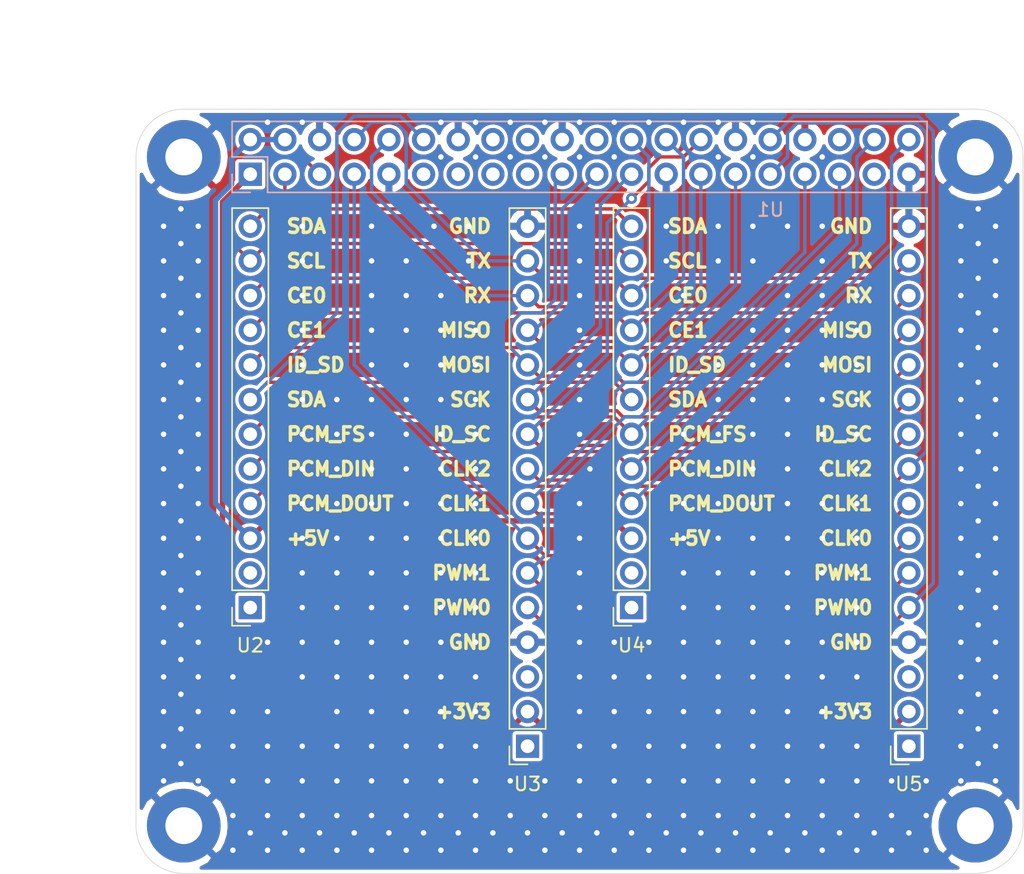
<source format=kicad_pcb>
(kicad_pcb (version 20171130) (host pcbnew "(5.1.6)-1")
  (layers (0 F.Cu signal) (31 B.Cu signal) (34 B.Paste user) (35 F.Paste user) (36 B.SilkS user) (37 F.SilkS user) (38 B.Mask user) (39 F.Mask user) (44 Edge.Cuts user))
  (net 0 "")
  (net 1 PCM_DOUT)
  (net 2 GND)
  (net 3 PCM_DIN)
  (net 4 PCM_FS)
  (net 5 PWM1)
  (net 6 PWM0)
  (net 7 CLK2)
  (net 8 CLK1)
  (net 9 ID_SC)
  (net 10 ID_SD)
  (net 11 CE1)
  (net 12 CE0)
  (net 13 SCK)
  (net 14 MISO)
  (net 15 MOSI)
  (net 16 +3V3)
  (net 17 PCM_CLK)
  (net 18 RX)
  (net 19 TX)
  (net 20 CLK0)
  (net 21 SCL)
  (net 22 +5V)
  (net 23 SDA)
  (module MountingHole:MountingHole_2.7mm_M2.5_Pad (layer F.Cu) (at 97.48 128.7)
    (fp_text reference H4 hide)
    (fp_text value MountingHole_Pad)
    (pad 1 thru_hole circle (at 0 0) (size 5.4 5.4) (drill 2.7) (layers *.Cu *.Mask) (net 2 GND))
  )
  (module MountingHole:MountingHole_2.7mm_M2.5_Pad (layer F.Cu) (at 155.48 128.7)
    (fp_text reference H3 hide)
    (fp_text value MountingHole_Pad)
    (pad 1 thru_hole circle (at 0 0) (size 5.4 5.4) (drill 2.7) (layers *.Cu *.Mask) (net 2 GND))
  )
  (module MountingHole:MountingHole_2.7mm_M2.5_Pad (layer F.Cu) (at 155.48 79.7)
    (fp_text reference H2 hide)
    (fp_text value MountingHole_Pad)
    (pad 1 thru_hole circle (at 0 0) (size 5.4 5.4) (drill 2.7) (layers *.Cu *.Mask) (net 2 GND))
  )
  (module MountingHole:MountingHole_2.7mm_M2.5_Pad (layer F.Cu) (at 97.48 79.7)
    (fp_text reference H1 hide)
    (fp_text value MountingHole_Pad)
    (pad 1 thru_hole circle (at 0 0) (size 5.4 5.4) (drill 2.7) (layers *.Cu *.Mask) (net 2 GND))
  )
  (module Connector_PinSocket_2.54mm:PinSocket_2x20_P2.54mm_Vertical (layer B.Cu) (at 102.35 80.97 270)
    (fp_text reference U1 (at 2.596 -38.112) (layer B.SilkS) (effects (justify mirror)))
    (fp_text value piHeader)
    (pad 40 thru_hole oval (at -2.54 -48.26 270) (size 1.7 1.7) (drill 1) (layers *.Cu *.Mask) (net 1 PCM_DOUT))
    (pad 39 thru_hole oval (at 0 -48.26 270) (size 1.7 1.7) (drill 1) (layers *.Cu *.Mask) (net 2 GND))
    (pad 38 thru_hole oval (at -2.54 -45.72 270) (size 1.7 1.7) (drill 1) (layers *.Cu *.Mask) (net 3 PCM_DIN))
    (pad 37 thru_hole oval (at 0 -45.72 270) (size 1.7 1.7) (drill 1) (layers *.Cu *.Mask))
    (pad 36 thru_hole oval (at -2.54 -43.18 270) (size 1.7 1.7) (drill 1) (layers *.Cu *.Mask))
    (pad 35 thru_hole oval (at 0 -43.18 270) (size 1.7 1.7) (drill 1) (layers *.Cu *.Mask) (net 4 PCM_FS))
    (pad 34 thru_hole oval (at -2.54 -40.64 270) (size 1.7 1.7) (drill 1) (layers *.Cu *.Mask) (net 2 GND))
    (pad 33 thru_hole oval (at 0 -40.64 270) (size 1.7 1.7) (drill 1) (layers *.Cu *.Mask) (net 5 PWM1))
    (pad 32 thru_hole oval (at -2.54 -38.1 270) (size 1.7 1.7) (drill 1) (layers *.Cu *.Mask) (net 6 PWM0))
    (pad 31 thru_hole oval (at 0 -38.1 270) (size 1.7 1.7) (drill 1) (layers *.Cu *.Mask) (net 7 CLK2))
    (pad 30 thru_hole oval (at -2.54 -35.56 270) (size 1.7 1.7) (drill 1) (layers *.Cu *.Mask) (net 2 GND))
    (pad 29 thru_hole oval (at 0 -35.56 270) (size 1.7 1.7) (drill 1) (layers *.Cu *.Mask) (net 8 CLK1))
    (pad 28 thru_hole oval (at -2.54 -33.02 270) (size 1.7 1.7) (drill 1) (layers *.Cu *.Mask) (net 9 ID_SC))
    (pad 27 thru_hole oval (at 0 -33.02 270) (size 1.7 1.7) (drill 1) (layers *.Cu *.Mask) (net 10 ID_SD))
    (pad 26 thru_hole oval (at -2.54 -30.48 270) (size 1.7 1.7) (drill 1) (layers *.Cu *.Mask) (net 11 CE1))
    (pad 25 thru_hole oval (at 0 -30.48 270) (size 1.7 1.7) (drill 1) (layers *.Cu *.Mask) (net 2 GND))
    (pad 24 thru_hole oval (at -2.54 -27.94 270) (size 1.7 1.7) (drill 1) (layers *.Cu *.Mask) (net 12 CE0))
    (pad 23 thru_hole oval (at 0 -27.94 270) (size 1.7 1.7) (drill 1) (layers *.Cu *.Mask) (net 13 SCK))
    (pad 22 thru_hole oval (at -2.54 -25.4 270) (size 1.7 1.7) (drill 1) (layers *.Cu *.Mask))
    (pad 21 thru_hole oval (at 0 -25.4 270) (size 1.7 1.7) (drill 1) (layers *.Cu *.Mask) (net 14 MISO))
    (pad 20 thru_hole oval (at -2.54 -22.86 270) (size 1.7 1.7) (drill 1) (layers *.Cu *.Mask) (net 2 GND))
    (pad 19 thru_hole oval (at 0 -22.86 270) (size 1.7 1.7) (drill 1) (layers *.Cu *.Mask) (net 15 MOSI))
    (pad 18 thru_hole oval (at -2.54 -20.32 270) (size 1.7 1.7) (drill 1) (layers *.Cu *.Mask))
    (pad 17 thru_hole oval (at 0 -20.32 270) (size 1.7 1.7) (drill 1) (layers *.Cu *.Mask) (net 16 +3V3))
    (pad 16 thru_hole oval (at -2.54 -17.78 270) (size 1.7 1.7) (drill 1) (layers *.Cu *.Mask))
    (pad 15 thru_hole oval (at 0 -17.78 270) (size 1.7 1.7) (drill 1) (layers *.Cu *.Mask))
    (pad 14 thru_hole oval (at -2.54 -15.24 270) (size 1.7 1.7) (drill 1) (layers *.Cu *.Mask) (net 2 GND))
    (pad 13 thru_hole oval (at 0 -15.24 270) (size 1.7 1.7) (drill 1) (layers *.Cu *.Mask))
    (pad 12 thru_hole oval (at -2.54 -12.7 270) (size 1.7 1.7) (drill 1) (layers *.Cu *.Mask) (net 17 PCM_CLK))
    (pad 11 thru_hole oval (at 0 -12.7 270) (size 1.7 1.7) (drill 1) (layers *.Cu *.Mask))
    (pad 10 thru_hole oval (at -2.54 -10.16 270) (size 1.7 1.7) (drill 1) (layers *.Cu *.Mask) (net 18 RX))
    (pad 9 thru_hole oval (at 0 -10.16 270) (size 1.7 1.7) (drill 1) (layers *.Cu *.Mask) (net 2 GND))
    (pad 8 thru_hole oval (at -2.54 -7.62 270) (size 1.7 1.7) (drill 1) (layers *.Cu *.Mask) (net 19 TX))
    (pad 7 thru_hole oval (at 0 -7.62 270) (size 1.7 1.7) (drill 1) (layers *.Cu *.Mask) (net 20 CLK0))
    (pad 6 thru_hole oval (at -2.54 -5.08 270) (size 1.7 1.7) (drill 1) (layers *.Cu *.Mask) (net 2 GND))
    (pad 5 thru_hole oval (at 0 -5.08 270) (size 1.7 1.7) (drill 1) (layers *.Cu *.Mask) (net 21 SCL))
    (pad 4 thru_hole oval (at -2.54 -2.54 270) (size 1.7 1.7) (drill 1) (layers *.Cu *.Mask) (net 22 +5V))
    (pad 3 thru_hole oval (at 0 -2.54 270) (size 1.7 1.7) (drill 1) (layers *.Cu *.Mask) (net 23 SDA))
    (pad 2 thru_hole oval (at -2.54 0 270) (size 1.7 1.7) (drill 1) (layers *.Cu *.Mask) (net 22 +5V))
    (pad 1 thru_hole rect (at 0 0 270) (size 1.7 1.7) (drill 1) (layers *.Cu *.Mask) (net 16 +3V3))
  )
  (module Connector_PinSocket_2.54mm:PinSocket_1x12_P2.54mm_Vertical (layer F.Cu) (at 130.29 112.72 180)
    (fp_text reference U4 (at 0 -2.77) (layer F.SilkS))
    (fp_text value featherHeader_12pin)
    (pad 12 thru_hole oval (at 0 27.94 180) (size 1.7 1.7) (drill 1) (layers *.Cu *.Mask) (net 23 SDA))
    (pad 11 thru_hole oval (at 0 25.4 180) (size 1.7 1.7) (drill 1) (layers *.Cu *.Mask) (net 21 SCL))
    (pad 10 thru_hole oval (at 0 22.86 180) (size 1.7 1.7) (drill 1) (layers *.Cu *.Mask) (net 12 CE0))
    (pad 9 thru_hole oval (at 0 20.32 180) (size 1.7 1.7) (drill 1) (layers *.Cu *.Mask) (net 11 CE1))
    (pad 8 thru_hole oval (at 0 17.78 180) (size 1.7 1.7) (drill 1) (layers *.Cu *.Mask) (net 10 ID_SD))
    (pad 7 thru_hole oval (at 0 15.24 180) (size 1.7 1.7) (drill 1) (layers *.Cu *.Mask) (net 17 PCM_CLK))
    (pad 6 thru_hole oval (at 0 12.7 180) (size 1.7 1.7) (drill 1) (layers *.Cu *.Mask) (net 4 PCM_FS))
    (pad 5 thru_hole oval (at 0 10.16 180) (size 1.7 1.7) (drill 1) (layers *.Cu *.Mask) (net 3 PCM_DIN))
    (pad 4 thru_hole oval (at 0 7.62 180) (size 1.7 1.7) (drill 1) (layers *.Cu *.Mask) (net 1 PCM_DOUT))
    (pad 3 thru_hole oval (at 0 5.08 180) (size 1.7 1.7) (drill 1) (layers *.Cu *.Mask) (net 22 +5V))
    (pad 2 thru_hole oval (at 0 2.54 180) (size 1.7 1.7) (drill 1) (layers *.Cu *.Mask))
    (pad 1 thru_hole rect (at 0 0 180) (size 1.7 1.7) (drill 1) (layers *.Cu *.Mask))
  )
  (module Connector_PinSocket_2.54mm:PinSocket_1x16_P2.54mm_Vertical (layer F.Cu) (at 150.61 122.88 180)
    (fp_text reference U5 (at 0 -2.77) (layer F.SilkS))
    (fp_text value featherHeader_16pin)
    (pad 16 thru_hole oval (at 0 38.1 180) (size 1.7 1.7) (drill 1) (layers *.Cu *.Mask) (net 2 GND))
    (pad 15 thru_hole oval (at 0 35.56 180) (size 1.7 1.7) (drill 1) (layers *.Cu *.Mask) (net 19 TX))
    (pad 14 thru_hole oval (at 0 33.02 180) (size 1.7 1.7) (drill 1) (layers *.Cu *.Mask) (net 18 RX))
    (pad 13 thru_hole oval (at 0 30.48 180) (size 1.7 1.7) (drill 1) (layers *.Cu *.Mask) (net 14 MISO))
    (pad 12 thru_hole oval (at 0 27.94 180) (size 1.7 1.7) (drill 1) (layers *.Cu *.Mask) (net 15 MOSI))
    (pad 11 thru_hole oval (at 0 25.4 180) (size 1.7 1.7) (drill 1) (layers *.Cu *.Mask) (net 13 SCK))
    (pad 10 thru_hole oval (at 0 22.86 180) (size 1.7 1.7) (drill 1) (layers *.Cu *.Mask) (net 9 ID_SC))
    (pad 9 thru_hole oval (at 0 20.32 180) (size 1.7 1.7) (drill 1) (layers *.Cu *.Mask) (net 7 CLK2))
    (pad 8 thru_hole oval (at 0 17.78 180) (size 1.7 1.7) (drill 1) (layers *.Cu *.Mask) (net 8 CLK1))
    (pad 7 thru_hole oval (at 0 15.24 180) (size 1.7 1.7) (drill 1) (layers *.Cu *.Mask) (net 20 CLK0))
    (pad 6 thru_hole oval (at 0 12.7 180) (size 1.7 1.7) (drill 1) (layers *.Cu *.Mask) (net 5 PWM1))
    (pad 5 thru_hole oval (at 0 10.16 180) (size 1.7 1.7) (drill 1) (layers *.Cu *.Mask) (net 6 PWM0))
    (pad 4 thru_hole oval (at 0 7.62 180) (size 1.7 1.7) (drill 1) (layers *.Cu *.Mask) (net 2 GND))
    (pad 3 thru_hole oval (at 0 5.08 180) (size 1.7 1.7) (drill 1) (layers *.Cu *.Mask))
    (pad 2 thru_hole oval (at 0 2.54 180) (size 1.7 1.7) (drill 1) (layers *.Cu *.Mask) (net 16 +3V3))
    (pad 1 thru_hole rect (at 0 0 180) (size 1.7 1.7) (drill 1) (layers *.Cu *.Mask))
  )
  (module Connector_PinSocket_2.54mm:PinSocket_1x16_P2.54mm_Vertical (layer F.Cu) (at 122.67 122.88 180)
    (fp_text reference U3 (at 0 -2.77) (layer F.SilkS))
    (fp_text value featherHeader_16pin)
    (pad 16 thru_hole oval (at 0 38.1 180) (size 1.7 1.7) (drill 1) (layers *.Cu *.Mask) (net 2 GND))
    (pad 15 thru_hole oval (at 0 35.56 180) (size 1.7 1.7) (drill 1) (layers *.Cu *.Mask) (net 19 TX))
    (pad 14 thru_hole oval (at 0 33.02 180) (size 1.7 1.7) (drill 1) (layers *.Cu *.Mask) (net 18 RX))
    (pad 13 thru_hole oval (at 0 30.48 180) (size 1.7 1.7) (drill 1) (layers *.Cu *.Mask) (net 14 MISO))
    (pad 12 thru_hole oval (at 0 27.94 180) (size 1.7 1.7) (drill 1) (layers *.Cu *.Mask) (net 15 MOSI))
    (pad 11 thru_hole oval (at 0 25.4 180) (size 1.7 1.7) (drill 1) (layers *.Cu *.Mask) (net 13 SCK))
    (pad 10 thru_hole oval (at 0 22.86 180) (size 1.7 1.7) (drill 1) (layers *.Cu *.Mask) (net 9 ID_SC))
    (pad 9 thru_hole oval (at 0 20.32 180) (size 1.7 1.7) (drill 1) (layers *.Cu *.Mask) (net 7 CLK2))
    (pad 8 thru_hole oval (at 0 17.78 180) (size 1.7 1.7) (drill 1) (layers *.Cu *.Mask) (net 8 CLK1))
    (pad 7 thru_hole oval (at 0 15.24 180) (size 1.7 1.7) (drill 1) (layers *.Cu *.Mask) (net 20 CLK0))
    (pad 6 thru_hole oval (at 0 12.7 180) (size 1.7 1.7) (drill 1) (layers *.Cu *.Mask) (net 5 PWM1))
    (pad 5 thru_hole oval (at 0 10.16 180) (size 1.7 1.7) (drill 1) (layers *.Cu *.Mask) (net 6 PWM0))
    (pad 4 thru_hole oval (at 0 7.62 180) (size 1.7 1.7) (drill 1) (layers *.Cu *.Mask) (net 2 GND))
    (pad 3 thru_hole oval (at 0 5.08 180) (size 1.7 1.7) (drill 1) (layers *.Cu *.Mask))
    (pad 2 thru_hole oval (at 0 2.54 180) (size 1.7 1.7) (drill 1) (layers *.Cu *.Mask) (net 16 +3V3))
    (pad 1 thru_hole rect (at 0 0 180) (size 1.7 1.7) (drill 1) (layers *.Cu *.Mask))
  )
  (module Connector_PinSocket_2.54mm:PinSocket_1x12_P2.54mm_Vertical (layer F.Cu) (at 102.35 112.72 180)
    (fp_text reference U2 (at 0 -2.77) (layer F.SilkS))
    (fp_text value featherHeader_12pin)
    (pad 12 thru_hole oval (at 0 27.94 180) (size 1.7 1.7) (drill 1) (layers *.Cu *.Mask) (net 23 SDA))
    (pad 11 thru_hole oval (at 0 25.4 180) (size 1.7 1.7) (drill 1) (layers *.Cu *.Mask) (net 21 SCL))
    (pad 10 thru_hole oval (at 0 22.86 180) (size 1.7 1.7) (drill 1) (layers *.Cu *.Mask) (net 12 CE0))
    (pad 9 thru_hole oval (at 0 20.32 180) (size 1.7 1.7) (drill 1) (layers *.Cu *.Mask) (net 11 CE1))
    (pad 8 thru_hole oval (at 0 17.78 180) (size 1.7 1.7) (drill 1) (layers *.Cu *.Mask) (net 10 ID_SD))
    (pad 7 thru_hole oval (at 0 15.24 180) (size 1.7 1.7) (drill 1) (layers *.Cu *.Mask) (net 17 PCM_CLK))
    (pad 6 thru_hole oval (at 0 12.7 180) (size 1.7 1.7) (drill 1) (layers *.Cu *.Mask) (net 4 PCM_FS))
    (pad 5 thru_hole oval (at 0 10.16 180) (size 1.7 1.7) (drill 1) (layers *.Cu *.Mask) (net 3 PCM_DIN))
    (pad 4 thru_hole oval (at 0 7.62 180) (size 1.7 1.7) (drill 1) (layers *.Cu *.Mask) (net 1 PCM_DOUT))
    (pad 3 thru_hole oval (at 0 5.08 180) (size 1.7 1.7) (drill 1) (layers *.Cu *.Mask) (net 22 +5V))
    (pad 2 thru_hole oval (at 0 2.54 180) (size 1.7 1.7) (drill 1) (layers *.Cu *.Mask))
    (pad 1 thru_hole rect (at 0 0 180) (size 1.7 1.7) (drill 1) (layers *.Cu *.Mask))
  )
  (gr_text SCL (at 104.89 87.32) (layer F.SilkS) (effects (font (size 1 1) (thickness 0.25)) (justify left)))
  (gr_text SDA (at 104.89 84.78) (layer F.SilkS) (effects (font (size 1 1) (thickness 0.25)) (justify left)))
  (gr_text ID_SD (at 104.89 94.94) (layer F.SilkS) (effects (font (size 1 1) (thickness 0.25)) (justify left)))
  (gr_text CE1 (at 104.89 92.4) (layer F.SilkS) (effects (font (size 1 1) (thickness 0.25)) (justify left)))
  (gr_text CE0 (at 104.89 89.86) (layer F.SilkS) (effects (font (size 1 1) (thickness 0.25)) (justify left)))
  (gr_text PCM_DOUT (at 104.89 105.1) (layer F.SilkS) (effects (font (size 1 1) (thickness 0.25)) (justify left)))
  (gr_text PCM_FS (at 104.89 100.02) (layer F.SilkS) (effects (font (size 1 1) (thickness 0.25)) (justify left)))
  (gr_text PCM_DIN (at 104.89 102.56) (layer F.SilkS) (effects (font (size 1 1) (thickness 0.25)) (justify left)))
  (gr_text SDA (at 104.89 97.48) (layer F.SilkS) (effects (font (size 1 1) (thickness 0.25)) (justify left)))
  (gr_text +5V (at 104.89 107.64) (layer F.SilkS) (effects (font (size 1 1) (thickness 0.25)) (justify left)))
  (gr_text +5V (at 132.83 107.64) (layer F.SilkS) (effects (font (size 1 1) (thickness 0.25)) (justify left)))
  (gr_text PCM_DOUT (at 132.83 105.1) (layer F.SilkS) (effects (font (size 1 1) (thickness 0.25)) (justify left)))
  (gr_text PCM_DIN (at 132.83 102.56) (layer F.SilkS) (effects (font (size 1 1) (thickness 0.25)) (justify left)))
  (gr_text PCM_FS (at 132.83 100.02) (layer F.SilkS) (effects (font (size 1 1) (thickness 0.25)) (justify left)))
  (gr_text SDA (at 132.83 97.48) (layer F.SilkS) (effects (font (size 1 1) (thickness 0.25)) (justify left)))
  (gr_text ID_SD (at 132.83 94.94) (layer F.SilkS) (effects (font (size 1 1) (thickness 0.25)) (justify left)))
  (gr_text CE1 (at 132.83 92.4) (layer F.SilkS) (effects (font (size 1 1) (thickness 0.25)) (justify left)))
  (gr_text CE0 (at 132.83 89.86) (layer F.SilkS) (effects (font (size 1 1) (thickness 0.25)) (justify left)))
  (gr_text SCL (at 132.83 87.32) (layer F.SilkS) (effects (font (size 1 1) (thickness 0.25)) (justify left)))
  (gr_text SDA (at 132.83 84.78) (layer F.SilkS) (effects (font (size 1 1) (thickness 0.25)) (justify left)))
  (gr_text +3V3 (at 120.13 120.34) (layer F.SilkS) (effects (font (size 1 1) (thickness 0.25)) (justify right)))
  (gr_text PWM0 (at 120.13 112.72) (layer F.SilkS) (effects (font (size 1 1) (thickness 0.25)) (justify right)))
  (gr_text CLK0 (at 120.13 107.64) (layer F.SilkS) (effects (font (size 1 1) (thickness 0.25)) (justify right)))
  (gr_text TX (at 120.13 87.32) (layer F.SilkS) (effects (font (size 1 1) (thickness 0.25)) (justify right)))
  (gr_text MISO (at 120.13 92.4) (layer F.SilkS) (effects (font (size 1 1) (thickness 0.25)) (justify right)))
  (gr_text MOSI (at 120.13 94.94) (layer F.SilkS) (effects (font (size 1 1) (thickness 0.25)) (justify right)))
  (gr_text GND (at 120.13 115.26) (layer F.SilkS) (effects (font (size 1 1) (thickness 0.25)) (justify right)))
  (gr_text CLK1 (at 120.13 105.1) (layer F.SilkS) (effects (font (size 1 1) (thickness 0.25)) (justify right)))
  (gr_text PWM1 (at 120.13 110.18) (layer F.SilkS) (effects (font (size 1 1) (thickness 0.25)) (justify right)))
  (gr_text CLK2 (at 120.13 102.56) (layer F.SilkS) (effects (font (size 1 1) (thickness 0.25)) (justify right)))
  (gr_text ID_SC (at 120.13 100.02) (layer F.SilkS) (effects (font (size 1 1) (thickness 0.25)) (justify right)))
  (gr_text SCK (at 120.13 97.48) (layer F.SilkS) (effects (font (size 1 1) (thickness 0.25)) (justify right)))
  (gr_text RX (at 120.13 89.86) (layer F.SilkS) (effects (font (size 1 1) (thickness 0.25)) (justify right)))
  (gr_text GND (at 120.13 84.78) (layer F.SilkS) (effects (font (size 1 1) (thickness 0.25)) (justify right)))
  (gr_text TX (at 148.07 87.32) (layer F.SilkS) (effects (font (size 1 1) (thickness 0.25)) (justify right)))
  (gr_text +3V3 (at 148.07 120.34) (layer F.SilkS) (effects (font (size 1 1) (thickness 0.25)) (justify right)))
  (gr_text GND (at 148.07 115.26) (layer F.SilkS) (effects (font (size 1 1) (thickness 0.25)) (justify right)))
  (gr_text PWM0 (at 148.07 112.72) (layer F.SilkS) (effects (font (size 1 1) (thickness 0.25)) (justify right)))
  (gr_text PWM1 (at 148.07 110.18) (layer F.SilkS) (effects (font (size 1 1) (thickness 0.25)) (justify right)))
  (gr_text CLK0 (at 148.07 107.64) (layer F.SilkS) (effects (font (size 1 1) (thickness 0.25)) (justify right)))
  (gr_text CLK1 (at 148.07 105.1) (layer F.SilkS) (effects (font (size 1 1) (thickness 0.25)) (justify right)))
  (gr_text CLK2 (at 148.07 102.56) (layer F.SilkS) (effects (font (size 1 1) (thickness 0.25)) (justify right)))
  (gr_text ID_SC (at 148.07 100.02) (layer F.SilkS) (effects (font (size 1 1) (thickness 0.25)) (justify right)))
  (gr_text SCK (at 148.07 97.48) (layer F.SilkS) (effects (font (size 1 1) (thickness 0.25)) (justify right)))
  (gr_text MOSI (at 148.07 94.94) (layer F.SilkS) (effects (font (size 1 1) (thickness 0.25)) (justify right)))
  (gr_text MISO (at 148.07 92.4) (layer F.SilkS) (effects (font (size 1 1) (thickness 0.25)) (justify right)))
  (gr_text RX (at 148.07 89.86) (layer F.SilkS) (effects (font (size 1 1) (thickness 0.25)) (justify right)))
  (gr_text GND (at 148.07 84.78) (layer F.SilkS) (effects (font (size 1 1) (thickness 0.25)) (justify right)))
  (gr_line (start 97.48 132.2) (end 155.48 132.2) (layer Edge.Cuts) (width 0.05))
  (gr_line (start 93.98 79.7) (end 93.98 128.7) (layer Edge.Cuts) (width 0.05))
  (gr_line (start 155.48 76.2) (end 97.48 76.2) (layer Edge.Cuts) (width 0.05))
  (gr_line (start 158.98 128.7) (end 158.98 79.7) (layer Edge.Cuts) (width 0.05))
  (gr_arc (start 155.48 79.7) (end 158.98 79.7) (angle -90) (layer Edge.Cuts) (width 0.05))
  (gr_arc (start 155.48 128.7) (end 155.48 132.2) (angle -90) (layer Edge.Cuts) (width 0.05))
  (gr_arc (start 97.48 128.7) (end 93.98 128.7) (angle -90) (layer Edge.Cuts) (width 0.05))
  (gr_arc (start 97.48 79.7) (end 97.48 76.2) (angle -90) (layer Edge.Cuts) (width 0.05))
  (segment (start 149.34 86.05) (end 130.29 105.1) (width 0.25) (layer B.Cu) (net 1))
  (segment (start 150.61 78.43) (end 149.34 79.7) (width 0.25) (layer B.Cu) (net 1))
  (segment (start 149.34 79.7) (end 149.34 86.05) (width 0.25) (layer B.Cu) (net 1))
  (segment (start 103.62 103.83) (end 129.02 103.83) (width 0.25) (layer F.Cu) (net 1))
  (segment (start 102.35 105.1) (end 103.62 103.83) (width 0.25) (layer F.Cu) (net 1))
  (segment (start 129.02 103.83) (end 130.29 105.1) (width 0.25) (layer F.Cu) (net 1))
  (via (at 144.26 89.86) (size 0.8) (drill 0.4) (layers F.Cu B.Cu) (net 2))
  (via (at 141.72 89.86) (size 0.8) (drill 0.4) (layers F.Cu B.Cu) (net 2))
  (via (at 134.1 89.86) (size 0.8) (drill 0.4) (layers F.Cu B.Cu) (net 2))
  (via (at 144.26 92.4) (size 0.8) (drill 0.4) (layers F.Cu B.Cu) (net 2))
  (via (at 141.72 92.4) (size 0.8) (drill 0.4) (layers F.Cu B.Cu) (net 2))
  (via (at 139.18 92.4) (size 0.8) (drill 0.4) (layers F.Cu B.Cu) (net 2))
  (via (at 144.26 94.94) (size 0.8) (drill 0.4) (layers F.Cu B.Cu) (net 2))
  (via (at 141.72 94.94) (size 0.8) (drill 0.4) (layers F.Cu B.Cu) (net 2))
  (via (at 139.18 94.94) (size 0.8) (drill 0.4) (layers F.Cu B.Cu) (net 2))
  (via (at 136.64 94.94) (size 0.8) (drill 0.4) (layers F.Cu B.Cu) (net 2))
  (via (at 144.26 84.78) (size 0.8) (drill 0.4) (layers F.Cu B.Cu) (net 2))
  (via (at 141.72 84.78) (size 0.8) (drill 0.4) (layers F.Cu B.Cu) (net 2))
  (via (at 139.18 84.78) (size 0.8) (drill 0.4) (layers F.Cu B.Cu) (net 2))
  (via (at 136.64 84.78) (size 0.8) (drill 0.4) (layers F.Cu B.Cu) (net 2))
  (via (at 132.83 84.78) (size 0.8) (drill 0.4) (layers F.Cu B.Cu) (net 2))
  (via (at 132.83 87.32) (size 0.8) (drill 0.4) (layers F.Cu B.Cu) (net 2))
  (via (at 136.64 87.32) (size 0.8) (drill 0.4) (layers F.Cu B.Cu) (net 2))
  (via (at 139.18 87.32) (size 0.8) (drill 0.4) (layers F.Cu B.Cu) (net 2))
  (via (at 144.26 87.32) (size 0.8) (drill 0.4) (layers F.Cu B.Cu) (net 2))
  (via (at 144.26 97.48) (size 0.8) (drill 0.4) (layers F.Cu B.Cu) (net 2))
  (via (at 141.72 97.48) (size 0.8) (drill 0.4) (layers F.Cu B.Cu) (net 2))
  (via (at 146.8 89.86) (size 0.8) (drill 0.4) (layers F.Cu B.Cu) (net 2))
  (via (at 146.8 92.4) (size 0.8) (drill 0.4) (layers F.Cu B.Cu) (net 2))
  (via (at 146.8 94.94) (size 0.8) (drill 0.4) (layers F.Cu B.Cu) (net 2))
  (via (at 146.8 97.48) (size 0.8) (drill 0.4) (layers F.Cu B.Cu) (net 2))
  (via (at 146.8 100.02) (size 0.8) (drill 0.4) (layers F.Cu B.Cu) (net 2))
  (via (at 144.26 100.02) (size 0.8) (drill 0.4) (layers F.Cu B.Cu) (net 2))
  (via (at 141.72 100.02) (size 0.8) (drill 0.4) (layers F.Cu B.Cu) (net 2))
  (via (at 139.18 100.02) (size 0.8) (drill 0.4) (layers F.Cu B.Cu) (net 2))
  (via (at 139.18 97.48) (size 0.8) (drill 0.4) (layers F.Cu B.Cu) (net 2))
  (via (at 136.64 97.48) (size 0.8) (drill 0.4) (layers F.Cu B.Cu) (net 2))
  (via (at 136.64 100.02) (size 0.8) (drill 0.4) (layers F.Cu B.Cu) (net 2))
  (via (at 134.1 100.02) (size 0.8) (drill 0.4) (layers F.Cu B.Cu) (net 2))
  (via (at 146.8 102.56) (size 0.8) (drill 0.4) (layers F.Cu B.Cu) (net 2))
  (via (at 144.26 102.56) (size 0.8) (drill 0.4) (layers F.Cu B.Cu) (net 2))
  (via (at 141.72 102.56) (size 0.8) (drill 0.4) (layers F.Cu B.Cu) (net 2))
  (via (at 139.18 102.56) (size 0.8) (drill 0.4) (layers F.Cu B.Cu) (net 2))
  (via (at 136.64 102.56) (size 0.8) (drill 0.4) (layers F.Cu B.Cu) (net 2))
  (via (at 134.1 102.56) (size 0.8) (drill 0.4) (layers F.Cu B.Cu) (net 2))
  (via (at 146.8 105.1) (size 0.8) (drill 0.4) (layers F.Cu B.Cu) (net 2))
  (via (at 144.26 105.1) (size 0.8) (drill 0.4) (layers F.Cu B.Cu) (net 2))
  (via (at 141.72 105.1) (size 0.8) (drill 0.4) (layers F.Cu B.Cu) (net 2))
  (via (at 139.18 105.1) (size 0.8) (drill 0.4) (layers F.Cu B.Cu) (net 2))
  (via (at 136.64 105.1) (size 0.8) (drill 0.4) (layers F.Cu B.Cu) (net 2))
  (via (at 134.1 105.1) (size 0.8) (drill 0.4) (layers F.Cu B.Cu) (net 2))
  (via (at 146.8 107.64) (size 0.8) (drill 0.4) (layers F.Cu B.Cu) (net 2))
  (via (at 144.26 107.64) (size 0.8) (drill 0.4) (layers F.Cu B.Cu) (net 2))
  (via (at 141.72 107.64) (size 0.8) (drill 0.4) (layers F.Cu B.Cu) (net 2))
  (via (at 139.18 107.64) (size 0.8) (drill 0.4) (layers F.Cu B.Cu) (net 2))
  (via (at 136.64 107.64) (size 0.8) (drill 0.4) (layers F.Cu B.Cu) (net 2))
  (via (at 134.1 107.64) (size 0.8) (drill 0.4) (layers F.Cu B.Cu) (net 2))
  (via (at 146.8 110.18) (size 0.8) (drill 0.4) (layers F.Cu B.Cu) (net 2))
  (via (at 144.26 110.18) (size 0.8) (drill 0.4) (layers F.Cu B.Cu) (net 2))
  (via (at 141.72 110.18) (size 0.8) (drill 0.4) (layers F.Cu B.Cu) (net 2))
  (via (at 139.18 110.18) (size 0.8) (drill 0.4) (layers F.Cu B.Cu) (net 2))
  (via (at 136.64 110.18) (size 0.8) (drill 0.4) (layers F.Cu B.Cu) (net 2))
  (via (at 134.1 110.18) (size 0.8) (drill 0.4) (layers F.Cu B.Cu) (net 2))
  (via (at 146.8 112.72) (size 0.8) (drill 0.4) (layers F.Cu B.Cu) (net 2))
  (via (at 144.26 112.72) (size 0.8) (drill 0.4) (layers F.Cu B.Cu) (net 2))
  (via (at 141.72 112.72) (size 0.8) (drill 0.4) (layers F.Cu B.Cu) (net 2))
  (via (at 139.18 112.72) (size 0.8) (drill 0.4) (layers F.Cu B.Cu) (net 2))
  (via (at 136.64 112.72) (size 0.8) (drill 0.4) (layers F.Cu B.Cu) (net 2))
  (via (at 134.1 112.72) (size 0.8) (drill 0.4) (layers F.Cu B.Cu) (net 2))
  (via (at 146.8 115.26) (size 0.8) (drill 0.4) (layers F.Cu B.Cu) (net 2))
  (via (at 144.26 115.26) (size 0.8) (drill 0.4) (layers F.Cu B.Cu) (net 2))
  (via (at 141.72 115.26) (size 0.8) (drill 0.4) (layers F.Cu B.Cu) (net 2))
  (via (at 139.18 115.26) (size 0.8) (drill 0.4) (layers F.Cu B.Cu) (net 2))
  (via (at 136.64 115.26) (size 0.8) (drill 0.4) (layers F.Cu B.Cu) (net 2))
  (via (at 134.1 115.26) (size 0.8) (drill 0.4) (layers F.Cu B.Cu) (net 2))
  (via (at 134.1 117.8) (size 0.8) (drill 0.4) (layers F.Cu B.Cu) (net 2))
  (via (at 136.64 117.8) (size 0.8) (drill 0.4) (layers F.Cu B.Cu) (net 2))
  (via (at 139.18 117.8) (size 0.8) (drill 0.4) (layers F.Cu B.Cu) (net 2))
  (via (at 141.72 117.8) (size 0.8) (drill 0.4) (layers F.Cu B.Cu) (net 2))
  (via (at 144.26 117.8) (size 0.8) (drill 0.4) (layers F.Cu B.Cu) (net 2))
  (via (at 146.8 117.8) (size 0.8) (drill 0.4) (layers F.Cu B.Cu) (net 2))
  (via (at 146.8 122.88) (size 0.8) (drill 0.4) (layers F.Cu B.Cu) (net 2))
  (via (at 144.26 122.88) (size 0.8) (drill 0.4) (layers F.Cu B.Cu) (net 2))
  (via (at 141.72 122.88) (size 0.8) (drill 0.4) (layers F.Cu B.Cu) (net 2))
  (via (at 139.18 122.88) (size 0.8) (drill 0.4) (layers F.Cu B.Cu) (net 2))
  (via (at 136.64 122.88) (size 0.8) (drill 0.4) (layers F.Cu B.Cu) (net 2))
  (via (at 134.1 122.88) (size 0.8) (drill 0.4) (layers F.Cu B.Cu) (net 2))
  (via (at 131.56 117.8) (size 0.8) (drill 0.4) (layers F.Cu B.Cu) (net 2))
  (via (at 129.02 117.8) (size 0.8) (drill 0.4) (layers F.Cu B.Cu) (net 2))
  (via (at 126.48 117.8) (size 0.8) (drill 0.4) (layers F.Cu B.Cu) (net 2))
  (via (at 126.48 115.26) (size 0.8) (drill 0.4) (layers F.Cu B.Cu) (net 2))
  (via (at 129.02 115.26) (size 0.8) (drill 0.4) (layers F.Cu B.Cu) (net 2))
  (via (at 131.56 115.26) (size 0.8) (drill 0.4) (layers F.Cu B.Cu) (net 2))
  (via (at 131.56 122.88) (size 0.8) (drill 0.4) (layers F.Cu B.Cu) (net 2))
  (via (at 129.02 122.88) (size 0.8) (drill 0.4) (layers F.Cu B.Cu) (net 2))
  (via (at 126.48 122.88) (size 0.8) (drill 0.4) (layers F.Cu B.Cu) (net 2))
  (via (at 118.352 84.78) (size 0.8) (drill 0.4) (layers F.Cu B.Cu) (net 2))
  (via (at 115.812 84.78) (size 0.8) (drill 0.4) (layers F.Cu B.Cu) (net 2))
  (via (at 111.24 84.78) (size 0.8) (drill 0.4) (layers F.Cu B.Cu) (net 2))
  (via (at 111.24 87.32) (size 0.8) (drill 0.4) (layers F.Cu B.Cu) (net 2))
  (via (at 106.16 84.78) (size 0.8) (drill 0.4) (layers F.Cu B.Cu) (net 2))
  (via (at 106.16 87.32) (size 0.8) (drill 0.4) (layers F.Cu B.Cu) (net 2))
  (via (at 106.16 89.86) (size 0.8) (drill 0.4) (layers F.Cu B.Cu) (net 2))
  (via (at 111.24 89.86) (size 0.8) (drill 0.4) (layers F.Cu B.Cu) (net 2))
  (via (at 113.78 87.32) (size 0.8) (drill 0.4) (layers F.Cu B.Cu) (net 2))
  (via (at 113.78 89.86) (size 0.8) (drill 0.4) (layers F.Cu B.Cu) (net 2))
  (via (at 116.32 89.86) (size 0.8) (drill 0.4) (layers F.Cu B.Cu) (net 2))
  (via (at 118.86 92.4) (size 0.8) (drill 0.4) (layers F.Cu B.Cu) (net 2))
  (via (at 116.32 92.4) (size 0.8) (drill 0.4) (layers F.Cu B.Cu) (net 2))
  (via (at 113.78 92.4) (size 0.8) (drill 0.4) (layers F.Cu B.Cu) (net 2))
  (via (at 111.24 92.4) (size 0.8) (drill 0.4) (layers F.Cu B.Cu) (net 2))
  (via (at 106.16 92.4) (size 0.8) (drill 0.4) (layers F.Cu B.Cu) (net 2))
  (via (at 106.16 94.94) (size 0.8) (drill 0.4) (layers F.Cu B.Cu) (net 2))
  (via (at 111.24 94.94) (size 0.8) (drill 0.4) (layers F.Cu B.Cu) (net 2))
  (via (at 113.78 94.94) (size 0.8) (drill 0.4) (layers F.Cu B.Cu) (net 2))
  (via (at 116.32 94.94) (size 0.8) (drill 0.4) (layers F.Cu B.Cu) (net 2))
  (via (at 118.86 94.94) (size 0.8) (drill 0.4) (layers F.Cu B.Cu) (net 2))
  (via (at 118.86 97.48) (size 0.8) (drill 0.4) (layers F.Cu B.Cu) (net 2))
  (via (at 116.32 97.48) (size 0.8) (drill 0.4) (layers F.Cu B.Cu) (net 2))
  (via (at 113.78 97.48) (size 0.8) (drill 0.4) (layers F.Cu B.Cu) (net 2))
  (via (at 111.24 97.48) (size 0.8) (drill 0.4) (layers F.Cu B.Cu) (net 2))
  (via (at 108.7 97.48) (size 0.8) (drill 0.4) (layers F.Cu B.Cu) (net 2))
  (via (at 106.16 97.48) (size 0.8) (drill 0.4) (layers F.Cu B.Cu) (net 2))
  (via (at 106.16 100.02) (size 0.8) (drill 0.4) (layers F.Cu B.Cu) (net 2))
  (via (at 108.7 100.02) (size 0.8) (drill 0.4) (layers F.Cu B.Cu) (net 2))
  (via (at 111.24 100.02) (size 0.8) (drill 0.4) (layers F.Cu B.Cu) (net 2))
  (via (at 113.78 100.02) (size 0.8) (drill 0.4) (layers F.Cu B.Cu) (net 2))
  (via (at 116.32 100.02) (size 0.8) (drill 0.4) (layers F.Cu B.Cu) (net 2))
  (via (at 118.86 100.02) (size 0.8) (drill 0.4) (layers F.Cu B.Cu) (net 2))
  (via (at 118.86 102.56) (size 0.8) (drill 0.4) (layers F.Cu B.Cu) (net 2))
  (via (at 116.32 102.56) (size 0.8) (drill 0.4) (layers F.Cu B.Cu) (net 2))
  (via (at 113.78 102.56) (size 0.8) (drill 0.4) (layers F.Cu B.Cu) (net 2))
  (via (at 111.24 102.56) (size 0.8) (drill 0.4) (layers F.Cu B.Cu) (net 2))
  (via (at 108.7 102.56) (size 0.8) (drill 0.4) (layers F.Cu B.Cu) (net 2))
  (via (at 106.16 102.56) (size 0.8) (drill 0.4) (layers F.Cu B.Cu) (net 2))
  (via (at 106.16 105.1) (size 0.8) (drill 0.4) (layers F.Cu B.Cu) (net 2))
  (via (at 108.7 105.1) (size 0.8) (drill 0.4) (layers F.Cu B.Cu) (net 2))
  (via (at 111.24 105.1) (size 0.8) (drill 0.4) (layers F.Cu B.Cu) (net 2))
  (via (at 113.78 105.1) (size 0.8) (drill 0.4) (layers F.Cu B.Cu) (net 2))
  (via (at 116.32 105.1) (size 0.8) (drill 0.4) (layers F.Cu B.Cu) (net 2))
  (via (at 118.86 105.1) (size 0.8) (drill 0.4) (layers F.Cu B.Cu) (net 2))
  (via (at 126.48 97.48) (size 0.8) (drill 0.4) (layers F.Cu B.Cu) (net 2))
  (via (at 126.48 100.02) (size 0.8) (drill 0.4) (layers F.Cu B.Cu) (net 2))
  (via (at 126.48 105.1) (size 0.8) (drill 0.4) (layers F.Cu B.Cu) (net 2))
  (via (at 126.48 107.64) (size 0.8) (drill 0.4) (layers F.Cu B.Cu) (net 2))
  (via (at 126.48 110.18) (size 0.8) (drill 0.4) (layers F.Cu B.Cu) (net 2))
  (via (at 126.48 112.72) (size 0.8) (drill 0.4) (layers F.Cu B.Cu) (net 2))
  (via (at 126.48 92.4) (size 0.8) (drill 0.4) (layers F.Cu B.Cu) (net 2))
  (via (at 126.48 94.94) (size 0.8) (drill 0.4) (layers F.Cu B.Cu) (net 2))
  (via (at 126.48 89.86) (size 0.8) (drill 0.4) (layers F.Cu B.Cu) (net 2))
  (via (at 126.48 87.32) (size 0.8) (drill 0.4) (layers F.Cu B.Cu) (net 2))
  (via (at 126.48 84.78) (size 0.8) (drill 0.4) (layers F.Cu B.Cu) (net 2))
  (via (at 146.8 120.34) (size 0.8) (drill 0.4) (layers F.Cu B.Cu) (net 2))
  (via (at 144.26 120.34) (size 0.8) (drill 0.4) (layers F.Cu B.Cu) (net 2))
  (via (at 141.72 120.34) (size 0.8) (drill 0.4) (layers F.Cu B.Cu) (net 2))
  (via (at 139.18 120.34) (size 0.8) (drill 0.4) (layers F.Cu B.Cu) (net 2))
  (via (at 136.64 120.34) (size 0.8) (drill 0.4) (layers F.Cu B.Cu) (net 2))
  (via (at 134.1 120.34) (size 0.8) (drill 0.4) (layers F.Cu B.Cu) (net 2))
  (via (at 131.56 120.34) (size 0.8) (drill 0.4) (layers F.Cu B.Cu) (net 2))
  (via (at 129.02 120.34) (size 0.8) (drill 0.4) (layers F.Cu B.Cu) (net 2))
  (via (at 126.48 120.34) (size 0.8) (drill 0.4) (layers F.Cu B.Cu) (net 2))
  (via (at 118.86 107.64) (size 0.8) (drill 0.4) (layers F.Cu B.Cu) (net 2))
  (via (at 116.32 107.64) (size 0.8) (drill 0.4) (layers F.Cu B.Cu) (net 2))
  (via (at 113.78 107.64) (size 0.8) (drill 0.4) (layers F.Cu B.Cu) (net 2))
  (via (at 111.24 107.64) (size 0.8) (drill 0.4) (layers F.Cu B.Cu) (net 2))
  (via (at 108.7 107.64) (size 0.8) (drill 0.4) (layers F.Cu B.Cu) (net 2))
  (via (at 106.16 107.64) (size 0.8) (drill 0.4) (layers F.Cu B.Cu) (net 2))
  (via (at 118.86 110.18) (size 0.8) (drill 0.4) (layers F.Cu B.Cu) (net 2))
  (via (at 116.32 110.18) (size 0.8) (drill 0.4) (layers F.Cu B.Cu) (net 2))
  (via (at 113.78 110.18) (size 0.8) (drill 0.4) (layers F.Cu B.Cu) (net 2))
  (via (at 111.24 110.18) (size 0.8) (drill 0.4) (layers F.Cu B.Cu) (net 2))
  (via (at 108.7 110.18) (size 0.8) (drill 0.4) (layers F.Cu B.Cu) (net 2))
  (via (at 108.7 112.72) (size 0.8) (drill 0.4) (layers F.Cu B.Cu) (net 2))
  (via (at 111.24 112.72) (size 0.8) (drill 0.4) (layers F.Cu B.Cu) (net 2))
  (via (at 113.78 112.72) (size 0.8) (drill 0.4) (layers F.Cu B.Cu) (net 2))
  (via (at 116.32 112.72) (size 0.8) (drill 0.4) (layers F.Cu B.Cu) (net 2))
  (via (at 118.86 112.72) (size 0.8) (drill 0.4) (layers F.Cu B.Cu) (net 2))
  (via (at 118.86 115.26) (size 0.8) (drill 0.4) (layers F.Cu B.Cu) (net 2))
  (via (at 116.32 115.26) (size 0.8) (drill 0.4) (layers F.Cu B.Cu) (net 2))
  (via (at 113.78 115.26) (size 0.8) (drill 0.4) (layers F.Cu B.Cu) (net 2))
  (via (at 111.24 115.26) (size 0.8) (drill 0.4) (layers F.Cu B.Cu) (net 2))
  (via (at 108.7 115.26) (size 0.8) (drill 0.4) (layers F.Cu B.Cu) (net 2))
  (via (at 106.16 110.18) (size 0.8) (drill 0.4) (layers F.Cu B.Cu) (net 2))
  (via (at 106.16 112.72) (size 0.8) (drill 0.4) (layers F.Cu B.Cu) (net 2))
  (via (at 106.16 115.26) (size 0.8) (drill 0.4) (layers F.Cu B.Cu) (net 2))
  (via (at 106.16 117.8) (size 0.8) (drill 0.4) (layers F.Cu B.Cu) (net 2))
  (via (at 108.7 117.8) (size 0.8) (drill 0.4) (layers F.Cu B.Cu) (net 2))
  (via (at 111.24 117.8) (size 0.8) (drill 0.4) (layers F.Cu B.Cu) (net 2))
  (via (at 113.78 117.8) (size 0.8) (drill 0.4) (layers F.Cu B.Cu) (net 2))
  (via (at 116.32 117.8) (size 0.8) (drill 0.4) (layers F.Cu B.Cu) (net 2))
  (via (at 118.86 117.8) (size 0.8) (drill 0.4) (layers F.Cu B.Cu) (net 2))
  (via (at 118.86 120.34) (size 0.8) (drill 0.4) (layers F.Cu B.Cu) (net 2))
  (via (at 116.32 120.34) (size 0.8) (drill 0.4) (layers F.Cu B.Cu) (net 2))
  (via (at 113.78 120.34) (size 0.8) (drill 0.4) (layers F.Cu B.Cu) (net 2))
  (via (at 111.24 120.34) (size 0.8) (drill 0.4) (layers F.Cu B.Cu) (net 2))
  (via (at 108.7 120.34) (size 0.8) (drill 0.4) (layers F.Cu B.Cu) (net 2))
  (via (at 118.86 122.88) (size 0.8) (drill 0.4) (layers F.Cu B.Cu) (net 2))
  (via (at 116.32 122.88) (size 0.8) (drill 0.4) (layers F.Cu B.Cu) (net 2))
  (via (at 113.78 122.88) (size 0.8) (drill 0.4) (layers F.Cu B.Cu) (net 2))
  (via (at 111.24 122.88) (size 0.8) (drill 0.4) (layers F.Cu B.Cu) (net 2))
  (via (at 108.7 122.88) (size 0.8) (drill 0.4) (layers F.Cu B.Cu) (net 2))
  (via (at 116.32 125.42) (size 0.8) (drill 0.4) (layers F.Cu B.Cu) (net 2))
  (via (at 118.86 125.42) (size 0.8) (drill 0.4) (layers F.Cu B.Cu) (net 2))
  (via (at 111.24 125.42) (size 0.8) (drill 0.4) (layers F.Cu B.Cu) (net 2))
  (via (at 108.7 125.42) (size 0.8) (drill 0.4) (layers F.Cu B.Cu) (net 2))
  (via (at 113.78 125.42) (size 0.8) (drill 0.4) (layers F.Cu B.Cu) (net 2))
  (via (at 111.24 127.96) (size 0.8) (drill 0.4) (layers F.Cu B.Cu) (net 2))
  (via (at 116.32 127.96) (size 0.8) (drill 0.4) (layers F.Cu B.Cu) (net 2))
  (via (at 118.86 127.96) (size 0.8) (drill 0.4) (layers F.Cu B.Cu) (net 2))
  (via (at 113.78 127.96) (size 0.8) (drill 0.4) (layers F.Cu B.Cu) (net 2))
  (via (at 108.7 127.96) (size 0.8) (drill 0.4) (layers F.Cu B.Cu) (net 2))
  (via (at 111.24 130.5) (size 0.8) (drill 0.4) (layers F.Cu B.Cu) (net 2))
  (via (at 118.86 130.5) (size 0.8) (drill 0.4) (layers F.Cu B.Cu) (net 2))
  (via (at 116.32 130.5) (size 0.8) (drill 0.4) (layers F.Cu B.Cu) (net 2))
  (via (at 113.78 130.5) (size 0.8) (drill 0.4) (layers F.Cu B.Cu) (net 2))
  (via (at 108.7 130.5) (size 0.8) (drill 0.4) (layers F.Cu B.Cu) (net 2))
  (via (at 123.94 125.42) (size 0.8) (drill 0.4) (layers F.Cu B.Cu) (net 2))
  (via (at 129.02 125.42) (size 0.8) (drill 0.4) (layers F.Cu B.Cu) (net 2))
  (via (at 131.56 125.42) (size 0.8) (drill 0.4) (layers F.Cu B.Cu) (net 2))
  (via (at 126.48 125.42) (size 0.8) (drill 0.4) (layers F.Cu B.Cu) (net 2))
  (via (at 121.4 125.42) (size 0.8) (drill 0.4) (layers F.Cu B.Cu) (net 2))
  (via (at 123.94 127.96) (size 0.8) (drill 0.4) (layers F.Cu B.Cu) (net 2))
  (via (at 131.56 127.96) (size 0.8) (drill 0.4) (layers F.Cu B.Cu) (net 2))
  (via (at 129.02 127.96) (size 0.8) (drill 0.4) (layers F.Cu B.Cu) (net 2))
  (via (at 126.48 127.96) (size 0.8) (drill 0.4) (layers F.Cu B.Cu) (net 2))
  (via (at 121.4 127.96) (size 0.8) (drill 0.4) (layers F.Cu B.Cu) (net 2))
  (via (at 126.48 130.5) (size 0.8) (drill 0.4) (layers F.Cu B.Cu) (net 2))
  (via (at 121.4 130.5) (size 0.8) (drill 0.4) (layers F.Cu B.Cu) (net 2))
  (via (at 123.94 130.5) (size 0.8) (drill 0.4) (layers F.Cu B.Cu) (net 2))
  (via (at 131.56 130.5) (size 0.8) (drill 0.4) (layers F.Cu B.Cu) (net 2))
  (via (at 129.02 130.5) (size 0.8) (drill 0.4) (layers F.Cu B.Cu) (net 2))
  (via (at 134.1 125.42) (size 0.8) (drill 0.4) (layers F.Cu B.Cu) (net 2))
  (via (at 136.64 125.42) (size 0.8) (drill 0.4) (layers F.Cu B.Cu) (net 2))
  (via (at 139.18 125.42) (size 0.8) (drill 0.4) (layers F.Cu B.Cu) (net 2))
  (via (at 141.72 125.42) (size 0.8) (drill 0.4) (layers F.Cu B.Cu) (net 2))
  (via (at 144.26 125.42) (size 0.8) (drill 0.4) (layers F.Cu B.Cu) (net 2))
  (via (at 144.26 127.96) (size 0.8) (drill 0.4) (layers F.Cu B.Cu) (net 2))
  (via (at 134.1 127.96) (size 0.8) (drill 0.4) (layers F.Cu B.Cu) (net 2))
  (via (at 136.64 127.96) (size 0.8) (drill 0.4) (layers F.Cu B.Cu) (net 2))
  (via (at 139.18 127.96) (size 0.8) (drill 0.4) (layers F.Cu B.Cu) (net 2))
  (via (at 141.72 127.96) (size 0.8) (drill 0.4) (layers F.Cu B.Cu) (net 2))
  (via (at 141.72 130.5) (size 0.8) (drill 0.4) (layers F.Cu B.Cu) (net 2))
  (via (at 144.26 130.5) (size 0.8) (drill 0.4) (layers F.Cu B.Cu) (net 2))
  (via (at 136.64 130.5) (size 0.8) (drill 0.4) (layers F.Cu B.Cu) (net 2))
  (via (at 134.1 130.5) (size 0.8) (drill 0.4) (layers F.Cu B.Cu) (net 2))
  (via (at 139.18 130.5) (size 0.8) (drill 0.4) (layers F.Cu B.Cu) (net 2))
  (via (at 146.8 125.42) (size 0.8) (drill 0.4) (layers F.Cu B.Cu) (net 2))
  (via (at 146.8 127.96) (size 0.8) (drill 0.4) (layers F.Cu B.Cu) (net 2))
  (via (at 146.8 130.5) (size 0.8) (drill 0.4) (layers F.Cu B.Cu) (net 2))
  (via (at 149.34 130.5) (size 0.8) (drill 0.4) (layers F.Cu B.Cu) (net 2))
  (via (at 149.34 127.96) (size 0.8) (drill 0.4) (layers F.Cu B.Cu) (net 2))
  (via (at 149.34 125.42) (size 0.8) (drill 0.4) (layers F.Cu B.Cu) (net 2))
  (via (at 151.88 125.42) (size 0.8) (drill 0.4) (layers F.Cu B.Cu) (net 2))
  (via (at 151.88 127.96) (size 0.8) (drill 0.4) (layers F.Cu B.Cu) (net 2))
  (via (at 151.88 130.5) (size 0.8) (drill 0.4) (layers F.Cu B.Cu) (net 2))
  (via (at 154.42 125.42) (size 0.8) (drill 0.4) (layers F.Cu B.Cu) (net 2))
  (via (at 154.42 122.88) (size 0.8) (drill 0.4) (layers F.Cu B.Cu) (net 2))
  (via (at 154.42 120.34) (size 0.8) (drill 0.4) (layers F.Cu B.Cu) (net 2))
  (via (at 156.96 122.88) (size 0.8) (drill 0.4) (layers F.Cu B.Cu) (net 2))
  (via (at 156.96 125.42) (size 0.8) (drill 0.4) (layers F.Cu B.Cu) (net 2))
  (via (at 156.96 120.34) (size 0.8) (drill 0.4) (layers F.Cu B.Cu) (net 2))
  (via (at 156.96 115.26) (size 0.8) (drill 0.4) (layers F.Cu B.Cu) (net 2))
  (via (at 156.96 112.72) (size 0.8) (drill 0.4) (layers F.Cu B.Cu) (net 2))
  (via (at 156.96 117.8) (size 0.8) (drill 0.4) (layers F.Cu B.Cu) (net 2))
  (via (at 154.42 112.72) (size 0.8) (drill 0.4) (layers F.Cu B.Cu) (net 2))
  (via (at 154.42 115.26) (size 0.8) (drill 0.4) (layers F.Cu B.Cu) (net 2))
  (via (at 154.42 117.8) (size 0.8) (drill 0.4) (layers F.Cu B.Cu) (net 2))
  (via (at 154.42 105.1) (size 0.8) (drill 0.4) (layers F.Cu B.Cu) (net 2))
  (via (at 154.42 110.18) (size 0.8) (drill 0.4) (layers F.Cu B.Cu) (net 2))
  (via (at 154.42 107.64) (size 0.8) (drill 0.4) (layers F.Cu B.Cu) (net 2))
  (via (at 156.96 107.64) (size 0.8) (drill 0.4) (layers F.Cu B.Cu) (net 2))
  (via (at 156.96 105.1) (size 0.8) (drill 0.4) (layers F.Cu B.Cu) (net 2))
  (via (at 156.96 110.18) (size 0.8) (drill 0.4) (layers F.Cu B.Cu) (net 2))
  (via (at 156.96 102.56) (size 0.8) (drill 0.4) (layers F.Cu B.Cu) (net 2))
  (via (at 156.96 100.02) (size 0.8) (drill 0.4) (layers F.Cu B.Cu) (net 2))
  (via (at 156.96 97.48) (size 0.8) (drill 0.4) (layers F.Cu B.Cu) (net 2))
  (via (at 154.42 100.02) (size 0.8) (drill 0.4) (layers F.Cu B.Cu) (net 2))
  (via (at 154.42 102.56) (size 0.8) (drill 0.4) (layers F.Cu B.Cu) (net 2))
  (via (at 154.42 97.48) (size 0.8) (drill 0.4) (layers F.Cu B.Cu) (net 2))
  (via (at 154.42 94.94) (size 0.8) (drill 0.4) (layers F.Cu B.Cu) (net 2))
  (via (at 154.42 89.86) (size 0.8) (drill 0.4) (layers F.Cu B.Cu) (net 2))
  (via (at 154.42 92.4) (size 0.8) (drill 0.4) (layers F.Cu B.Cu) (net 2))
  (via (at 156.96 89.86) (size 0.8) (drill 0.4) (layers F.Cu B.Cu) (net 2))
  (via (at 156.96 94.94) (size 0.8) (drill 0.4) (layers F.Cu B.Cu) (net 2))
  (via (at 156.96 92.4) (size 0.8) (drill 0.4) (layers F.Cu B.Cu) (net 2))
  (via (at 154.42 84.78) (size 0.8) (drill 0.4) (layers F.Cu B.Cu) (net 2))
  (via (at 154.42 87.32) (size 0.8) (drill 0.4) (layers F.Cu B.Cu) (net 2))
  (via (at 156.96 87.32) (size 0.8) (drill 0.4) (layers F.Cu B.Cu) (net 2))
  (via (at 156.96 84.78) (size 0.8) (drill 0.4) (layers F.Cu B.Cu) (net 2))
  (via (at 106.16 125.42) (size 0.8) (drill 0.4) (layers F.Cu B.Cu) (net 2))
  (via (at 106.16 122.88) (size 0.8) (drill 0.4) (layers F.Cu B.Cu) (net 2))
  (via (at 106.16 130.5) (size 0.8) (drill 0.4) (layers F.Cu B.Cu) (net 2))
  (via (at 106.16 127.96) (size 0.8) (drill 0.4) (layers F.Cu B.Cu) (net 2))
  (via (at 103.62 125.42) (size 0.8) (drill 0.4) (layers F.Cu B.Cu) (net 2))
  (via (at 103.62 122.88) (size 0.8) (drill 0.4) (layers F.Cu B.Cu) (net 2))
  (via (at 103.62 130.5) (size 0.8) (drill 0.4) (layers F.Cu B.Cu) (net 2))
  (via (at 103.62 127.96) (size 0.8) (drill 0.4) (layers F.Cu B.Cu) (net 2))
  (via (at 98.54 120.34) (size 0.8) (drill 0.4) (layers F.Cu B.Cu) (net 2))
  (via (at 98.54 117.8) (size 0.8) (drill 0.4) (layers F.Cu B.Cu) (net 2))
  (via (at 98.54 125.42) (size 0.8) (drill 0.4) (layers F.Cu B.Cu) (net 2))
  (via (at 98.54 122.88) (size 0.8) (drill 0.4) (layers F.Cu B.Cu) (net 2))
  (via (at 96 122.88) (size 0.8) (drill 0.4) (layers F.Cu B.Cu) (net 2))
  (via (at 96 120.34) (size 0.8) (drill 0.4) (layers F.Cu B.Cu) (net 2))
  (via (at 96 125.42) (size 0.8) (drill 0.4) (layers F.Cu B.Cu) (net 2))
  (via (at 96 117.8) (size 0.8) (drill 0.4) (layers F.Cu B.Cu) (net 2))
  (via (at 96 110.18) (size 0.8) (drill 0.4) (layers F.Cu B.Cu) (net 2))
  (via (at 96 107.64) (size 0.8) (drill 0.4) (layers F.Cu B.Cu) (net 2))
  (via (at 96 112.72) (size 0.8) (drill 0.4) (layers F.Cu B.Cu) (net 2))
  (via (at 96 115.26) (size 0.8) (drill 0.4) (layers F.Cu B.Cu) (net 2))
  (via (at 98.54 110.18) (size 0.8) (drill 0.4) (layers F.Cu B.Cu) (net 2))
  (via (at 98.54 115.26) (size 0.8) (drill 0.4) (layers F.Cu B.Cu) (net 2))
  (via (at 98.54 112.72) (size 0.8) (drill 0.4) (layers F.Cu B.Cu) (net 2))
  (via (at 98.54 107.64) (size 0.8) (drill 0.4) (layers F.Cu B.Cu) (net 2))
  (via (at 98.54 102.56) (size 0.8) (drill 0.4) (layers F.Cu B.Cu) (net 2))
  (via (at 98.54 97.48) (size 0.8) (drill 0.4) (layers F.Cu B.Cu) (net 2))
  (via (at 98.54 100.02) (size 0.8) (drill 0.4) (layers F.Cu B.Cu) (net 2))
  (via (at 98.54 105.1) (size 0.8) (drill 0.4) (layers F.Cu B.Cu) (net 2))
  (via (at 96 102.56) (size 0.8) (drill 0.4) (layers F.Cu B.Cu) (net 2))
  (via (at 96 100.02) (size 0.8) (drill 0.4) (layers F.Cu B.Cu) (net 2))
  (via (at 96 105.1) (size 0.8) (drill 0.4) (layers F.Cu B.Cu) (net 2))
  (via (at 96 97.48) (size 0.8) (drill 0.4) (layers F.Cu B.Cu) (net 2))
  (via (at 96 94.94) (size 0.8) (drill 0.4) (layers F.Cu B.Cu) (net 2))
  (via (at 96 92.4) (size 0.8) (drill 0.4) (layers F.Cu B.Cu) (net 2))
  (via (at 98.54 92.4) (size 0.8) (drill 0.4) (layers F.Cu B.Cu) (net 2))
  (via (at 98.54 89.86) (size 0.8) (drill 0.4) (layers F.Cu B.Cu) (net 2))
  (via (at 98.54 94.94) (size 0.8) (drill 0.4) (layers F.Cu B.Cu) (net 2))
  (via (at 96 87.32) (size 0.8) (drill 0.4) (layers F.Cu B.Cu) (net 2))
  (via (at 96 84.78) (size 0.8) (drill 0.4) (layers F.Cu B.Cu) (net 2))
  (via (at 96 89.86) (size 0.8) (drill 0.4) (layers F.Cu B.Cu) (net 2))
  (via (at 98.54 84.78) (size 0.8) (drill 0.4) (layers F.Cu B.Cu) (net 2))
  (via (at 98.54 87.32) (size 0.8) (drill 0.4) (layers F.Cu B.Cu) (net 2))
  (via (at 103.62 120.34) (size 0.8) (drill 0.4) (layers F.Cu B.Cu) (net 2))
  (via (at 101.08 125.42) (size 0.8) (drill 0.4) (layers F.Cu B.Cu) (net 2))
  (via (at 101.08 122.88) (size 0.8) (drill 0.4) (layers F.Cu B.Cu) (net 2))
  (via (at 101.08 120.34) (size 0.8) (drill 0.4) (layers F.Cu B.Cu) (net 2))
  (via (at 101.08 117.8) (size 0.8) (drill 0.4) (layers F.Cu B.Cu) (net 2))
  (via (at 101.08 127.96) (size 0.8) (drill 0.4) (layers F.Cu B.Cu) (net 2))
  (via (at 101.08 130.5) (size 0.8) (drill 0.4) (layers F.Cu B.Cu) (net 2))
  (via (at 103.62 77.16) (size 0.8) (drill 0.4) (layers F.Cu B.Cu) (net 2))
  (via (at 106.16 77.16) (size 0.8) (drill 0.4) (layers F.Cu B.Cu) (net 2))
  (via (at 116.32 77.16) (size 0.8) (drill 0.4) (layers F.Cu B.Cu) (net 2))
  (via (at 118.86 77.16) (size 0.8) (drill 0.4) (layers F.Cu B.Cu) (net 2))
  (via (at 121.4 77.16) (size 0.8) (drill 0.4) (layers F.Cu B.Cu) (net 2))
  (via (at 123.94 77.16) (size 0.8) (drill 0.4) (layers F.Cu B.Cu) (net 2))
  (via (at 126.48 77.16) (size 0.8) (drill 0.4) (layers F.Cu B.Cu) (net 2))
  (via (at 129.02 77.16) (size 0.8) (drill 0.4) (layers F.Cu B.Cu) (net 2))
  (via (at 131.56 77.16) (size 0.8) (drill 0.4) (layers F.Cu B.Cu) (net 2))
  (via (at 134.1 77.16) (size 0.8) (drill 0.4) (layers F.Cu B.Cu) (net 2))
  (via (at 136.64 77.16) (size 0.8) (drill 0.4) (layers F.Cu B.Cu) (net 2))
  (via (at 139.18 77.16) (size 0.8) (drill 0.4) (layers F.Cu B.Cu) (net 2))
  (via (at 139.18 79.7) (size 0.8) (drill 0.4) (layers F.Cu B.Cu) (net 2))
  (via (at 136.64 79.7) (size 0.8) (drill 0.4) (layers F.Cu B.Cu) (net 2))
  (via (at 144.26 79.7) (size 0.8) (drill 0.4) (layers F.Cu B.Cu) (net 2))
  (via (at 123.94 79.7) (size 0.8) (drill 0.4) (layers F.Cu B.Cu) (net 2))
  (via (at 121.4 79.7) (size 0.8) (drill 0.4) (layers F.Cu B.Cu) (net 2))
  (via (at 118.86 79.7) (size 0.8) (drill 0.4) (layers F.Cu B.Cu) (net 2))
  (via (at 116.32 79.7) (size 0.8) (drill 0.4) (layers F.Cu B.Cu) (net 2))
  (via (at 126.48 79.7) (size 0.8) (drill 0.4) (layers F.Cu B.Cu) (net 2))
  (via (at 129.02 79.7) (size 0.8) (drill 0.4) (layers F.Cu B.Cu) (net 2))
  (via (at 103.62 115.26) (size 0.8) (drill 0.4) (layers F.Cu B.Cu) (net 2))
  (via (at 102.35 129.23) (size 0.8) (drill 0.4) (layers F.Cu B.Cu) (net 2))
  (via (at 104.89 129.23) (size 0.8) (drill 0.4) (layers F.Cu B.Cu) (net 2))
  (via (at 107.43 129.23) (size 0.8) (drill 0.4) (layers F.Cu B.Cu) (net 2))
  (via (at 109.97 129.23) (size 0.8) (drill 0.4) (layers F.Cu B.Cu) (net 2))
  (via (at 112.51 129.23) (size 0.8) (drill 0.4) (layers F.Cu B.Cu) (net 2))
  (via (at 115.05 129.23) (size 0.8) (drill 0.4) (layers F.Cu B.Cu) (net 2))
  (via (at 117.59 129.23) (size 0.8) (drill 0.4) (layers F.Cu B.Cu) (net 2))
  (via (at 120.13 129.23) (size 0.8) (drill 0.4) (layers F.Cu B.Cu) (net 2))
  (via (at 122.67 129.23) (size 0.8) (drill 0.4) (layers F.Cu B.Cu) (net 2))
  (via (at 125.21 129.23) (size 0.8) (drill 0.4) (layers F.Cu B.Cu) (net 2))
  (via (at 127.75 129.23) (size 0.8) (drill 0.4) (layers F.Cu B.Cu) (net 2))
  (via (at 130.29 129.23) (size 0.8) (drill 0.4) (layers F.Cu B.Cu) (net 2))
  (via (at 132.83 129.23) (size 0.8) (drill 0.4) (layers F.Cu B.Cu) (net 2))
  (via (at 135.37 129.23) (size 0.8) (drill 0.4) (layers F.Cu B.Cu) (net 2))
  (via (at 137.91 129.23) (size 0.8) (drill 0.4) (layers F.Cu B.Cu) (net 2))
  (via (at 140.45 129.23) (size 0.8) (drill 0.4) (layers F.Cu B.Cu) (net 2))
  (via (at 142.99 129.23) (size 0.8) (drill 0.4) (layers F.Cu B.Cu) (net 2))
  (via (at 145.53 129.23) (size 0.8) (drill 0.4) (layers F.Cu B.Cu) (net 2))
  (via (at 148.07 129.23) (size 0.8) (drill 0.4) (layers F.Cu B.Cu) (net 2))
  (via (at 150.61 129.23) (size 0.8) (drill 0.4) (layers F.Cu B.Cu) (net 2))
  (via (at 155.69 124.15) (size 0.8) (drill 0.4) (layers F.Cu B.Cu) (net 2))
  (via (at 155.69 121.61) (size 0.8) (drill 0.4) (layers F.Cu B.Cu) (net 2))
  (via (at 155.69 119.07) (size 0.8) (drill 0.4) (layers F.Cu B.Cu) (net 2))
  (via (at 155.69 116.53) (size 0.8) (drill 0.4) (layers F.Cu B.Cu) (net 2))
  (via (at 155.69 113.99) (size 0.8) (drill 0.4) (layers F.Cu B.Cu) (net 2))
  (via (at 155.69 111.45) (size 0.8) (drill 0.4) (layers F.Cu B.Cu) (net 2))
  (via (at 155.69 108.91) (size 0.8) (drill 0.4) (layers F.Cu B.Cu) (net 2))
  (via (at 155.69 106.37) (size 0.8) (drill 0.4) (layers F.Cu B.Cu) (net 2))
  (via (at 155.69 103.83) (size 0.8) (drill 0.4) (layers F.Cu B.Cu) (net 2))
  (via (at 155.69 101.29) (size 0.8) (drill 0.4) (layers F.Cu B.Cu) (net 2))
  (via (at 155.69 98.75) (size 0.8) (drill 0.4) (layers F.Cu B.Cu) (net 2))
  (via (at 155.69 96.21) (size 0.8) (drill 0.4) (layers F.Cu B.Cu) (net 2))
  (via (at 155.69 93.67) (size 0.8) (drill 0.4) (layers F.Cu B.Cu) (net 2))
  (via (at 155.69 91.13) (size 0.8) (drill 0.4) (layers F.Cu B.Cu) (net 2))
  (via (at 155.69 88.59) (size 0.8) (drill 0.4) (layers F.Cu B.Cu) (net 2))
  (via (at 155.69 86.05) (size 0.8) (drill 0.4) (layers F.Cu B.Cu) (net 2))
  (via (at 155.69 83.51) (size 0.8) (drill 0.4) (layers F.Cu B.Cu) (net 2))
  (via (at 97.27 124.15) (size 0.8) (drill 0.4) (layers F.Cu B.Cu) (net 2))
  (via (at 97.27 121.61) (size 0.8) (drill 0.4) (layers F.Cu B.Cu) (net 2))
  (via (at 97.27 119.07) (size 0.8) (drill 0.4) (layers F.Cu B.Cu) (net 2))
  (via (at 97.27 116.53) (size 0.8) (drill 0.4) (layers F.Cu B.Cu) (net 2))
  (via (at 97.27 113.99) (size 0.8) (drill 0.4) (layers F.Cu B.Cu) (net 2))
  (via (at 97.27 111.45) (size 0.8) (drill 0.4) (layers F.Cu B.Cu) (net 2))
  (via (at 97.27 108.91) (size 0.8) (drill 0.4) (layers F.Cu B.Cu) (net 2))
  (via (at 97.27 106.37) (size 0.8) (drill 0.4) (layers F.Cu B.Cu) (net 2))
  (via (at 97.27 103.83) (size 0.8) (drill 0.4) (layers F.Cu B.Cu) (net 2))
  (via (at 97.27 101.29) (size 0.8) (drill 0.4) (layers F.Cu B.Cu) (net 2))
  (via (at 97.27 98.75) (size 0.8) (drill 0.4) (layers F.Cu B.Cu) (net 2))
  (via (at 97.27 96.21) (size 0.8) (drill 0.4) (layers F.Cu B.Cu) (net 2))
  (via (at 97.27 93.67) (size 0.8) (drill 0.4) (layers F.Cu B.Cu) (net 2))
  (via (at 97.27 91.13) (size 0.8) (drill 0.4) (layers F.Cu B.Cu) (net 2))
  (via (at 97.27 88.59) (size 0.8) (drill 0.4) (layers F.Cu B.Cu) (net 2))
  (via (at 97.27 86.05) (size 0.8) (drill 0.4) (layers F.Cu B.Cu) (net 2))
  (via (at 97.27 83.51) (size 0.8) (drill 0.4) (layers F.Cu B.Cu) (net 2))
  (via (at 127.242 102.56) (size 0.8) (drill 0.4) (layers F.Cu B.Cu) (net 2))
  (via (at 118.352 87.32) (size 0.8) (drill 0.4) (layers F.Cu B.Cu) (net 2))
  (segment (start 148.07 78.43) (end 146.8 79.7) (width 0.25) (layer B.Cu) (net 3))
  (segment (start 146.8 86.05) (end 130.29 102.56) (width 0.25) (layer B.Cu) (net 3))
  (segment (start 146.8 79.7) (end 146.8 86.05) (width 0.25) (layer B.Cu) (net 3))
  (segment (start 129.02 101.29) (end 130.29 102.56) (width 0.25) (layer F.Cu) (net 3))
  (segment (start 103.62 101.29) (end 129.02 101.29) (width 0.25) (layer F.Cu) (net 3))
  (segment (start 102.35 102.56) (end 103.62 101.29) (width 0.25) (layer F.Cu) (net 3))
  (segment (start 103.62 98.75) (end 102.35 100.02) (width 0.25) (layer F.Cu) (net 4))
  (segment (start 130.29 100.02) (end 129.02 98.75) (width 0.25) (layer F.Cu) (net 4))
  (segment (start 129.02 98.75) (end 103.62 98.75) (width 0.25) (layer F.Cu) (net 4))
  (segment (start 145.53 84.78) (end 130.29 100.02) (width 0.25) (layer B.Cu) (net 4))
  (segment (start 145.53 80.97) (end 145.53 84.78) (width 0.25) (layer B.Cu) (net 4))
  (segment (start 149.34 111.45) (end 150.61 110.18) (width 0.25) (layer F.Cu) (net 5))
  (segment (start 122.67 110.18) (end 123.94 111.45) (width 0.25) (layer F.Cu) (net 5))
  (segment (start 123.94 111.45) (end 149.34 111.45) (width 0.25) (layer F.Cu) (net 5))
  (segment (start 124.194 108.656) (end 122.67 110.18) (width 0.25) (layer B.Cu) (net 5))
  (segment (start 142.99 80.97) (end 142.99 86.68359) (width 0.25) (layer B.Cu) (net 5))
  (segment (start 130.92359 98.75) (end 129.782 98.75) (width 0.25) (layer B.Cu) (net 5))
  (segment (start 142.99 86.68359) (end 130.92359 98.75) (width 0.25) (layer B.Cu) (net 5))
  (segment (start 124.194 104.338) (end 124.194 108.656) (width 0.25) (layer B.Cu) (net 5))
  (segment (start 129.782 98.75) (end 124.194 104.338) (width 0.25) (layer B.Cu) (net 5))
  (segment (start 122.67 112.72) (end 123.94 113.99) (width 0.25) (layer F.Cu) (net 6))
  (segment (start 149.34 113.99) (end 150.61 112.72) (width 0.25) (layer F.Cu) (net 6))
  (segment (start 123.94 113.99) (end 149.34 113.99) (width 0.25) (layer F.Cu) (net 6))
  (segment (start 152.4 110.93) (end 150.61 112.72) (width 0.25) (layer B.Cu) (net 6))
  (segment (start 151.302411 76.708) (end 152.4 77.805589) (width 0.25) (layer B.Cu) (net 6))
  (segment (start 140.45 78.43) (end 142.172 76.708) (width 0.25) (layer B.Cu) (net 6))
  (segment (start 152.4 77.805589) (end 152.4 110.93) (width 0.25) (layer B.Cu) (net 6))
  (segment (start 142.172 76.708) (end 151.302411 76.708) (width 0.25) (layer B.Cu) (net 6))
  (segment (start 129.65641 103.83) (end 149.34 103.83) (width 0.25) (layer F.Cu) (net 7))
  (segment (start 149.34 103.83) (end 150.61 102.56) (width 0.25) (layer F.Cu) (net 7))
  (segment (start 122.67 102.56) (end 123.489989 103.379989) (width 0.25) (layer F.Cu) (net 7))
  (segment (start 123.489989 103.379989) (end 129.2064 103.379989) (width 0.25) (layer F.Cu) (net 7))
  (segment (start 129.2064 103.379989) (end 129.65641 103.83) (width 0.25) (layer F.Cu) (net 7))
  (segment (start 151.892 101.278) (end 150.61 102.56) (width 0.25) (layer B.Cu) (net 7))
  (segment (start 151.892 77.934) (end 151.892 101.278) (width 0.25) (layer B.Cu) (net 7))
  (segment (start 141.72 79.7) (end 141.72 77.922) (width 0.25) (layer B.Cu) (net 7))
  (segment (start 141.72 77.922) (end 142.426 77.216) (width 0.25) (layer B.Cu) (net 7))
  (segment (start 140.45 80.97) (end 141.72 79.7) (width 0.25) (layer B.Cu) (net 7))
  (segment (start 142.426 77.216) (end 151.174 77.216) (width 0.25) (layer B.Cu) (net 7))
  (segment (start 151.174 77.216) (end 151.892 77.934) (width 0.25) (layer B.Cu) (net 7))
  (segment (start 129.02 98.75) (end 122.67 105.1) (width 0.25) (layer B.Cu) (net 8))
  (segment (start 137.91 89.098) (end 130.798 96.21) (width 0.25) (layer B.Cu) (net 8))
  (segment (start 137.91 80.97) (end 137.91 89.098) (width 0.25) (layer B.Cu) (net 8))
  (segment (start 130.798 96.21) (end 129.820998 96.21) (width 0.25) (layer B.Cu) (net 8))
  (segment (start 129.820998 96.21) (end 129.02 97.010998) (width 0.25) (layer B.Cu) (net 8))
  (segment (start 129.02 97.010998) (end 129.02 98.75) (width 0.25) (layer B.Cu) (net 8))
  (segment (start 149.34 106.37) (end 150.61 105.1) (width 0.25) (layer F.Cu) (net 8))
  (segment (start 129.762476 106.37) (end 149.34 106.37) (width 0.25) (layer F.Cu) (net 8))
  (segment (start 123.414989 105.844989) (end 129.237466 105.844989) (width 0.25) (layer F.Cu) (net 8))
  (segment (start 129.237466 105.844989) (end 129.762476 106.37) (width 0.25) (layer F.Cu) (net 8))
  (segment (start 122.67 105.1) (end 123.414989 105.844989) (width 0.25) (layer F.Cu) (net 8))
  (segment (start 131.56 81.478) (end 130.29 82.748) (width 0.25) (layer F.Cu) (net 9))
  (via (at 130.29 82.748) (size 0.8) (drill 0.4) (layers F.Cu B.Cu) (net 9))
  (segment (start 131.56 80.500998) (end 131.56 81.478) (width 0.25) (layer F.Cu) (net 9))
  (segment (start 135.37 78.43) (end 134.1 79.7) (width 0.25) (layer F.Cu) (net 9))
  (segment (start 134.1 79.7) (end 132.360998 79.7) (width 0.25) (layer F.Cu) (net 9))
  (segment (start 132.360998 79.7) (end 131.56 80.500998) (width 0.25) (layer F.Cu) (net 9))
  (segment (start 129.2064 100.839989) (end 129.65641 101.29) (width 0.25) (layer F.Cu) (net 9))
  (segment (start 149.34 101.29) (end 150.61 100.02) (width 0.25) (layer F.Cu) (net 9))
  (segment (start 123.489989 100.839989) (end 129.2064 100.839989) (width 0.25) (layer F.Cu) (net 9))
  (segment (start 122.67 100.02) (end 123.489989 100.839989) (width 0.25) (layer F.Cu) (net 9))
  (segment (start 129.65641 101.29) (end 149.34 101.29) (width 0.25) (layer F.Cu) (net 9))
  (segment (start 128.512 84.526) (end 130.29 82.748) (width 0.25) (layer B.Cu) (net 9))
  (segment (start 122.67 100.02) (end 128.512 94.178) (width 0.25) (layer B.Cu) (net 9))
  (segment (start 128.512 94.178) (end 128.512 84.526) (width 0.25) (layer B.Cu) (net 9))
  (segment (start 135.37 89.86) (end 130.29 94.94) (width 0.25) (layer B.Cu) (net 10))
  (segment (start 135.37 80.97) (end 135.37 89.86) (width 0.25) (layer B.Cu) (net 10))
  (segment (start 103.62 93.67) (end 102.35 94.94) (width 0.25) (layer F.Cu) (net 10))
  (segment (start 129.02 93.67) (end 103.62 93.67) (width 0.25) (layer F.Cu) (net 10))
  (segment (start 130.29 94.94) (end 129.02 93.67) (width 0.25) (layer F.Cu) (net 10))
  (segment (start 134.1 88.59) (end 130.29 92.4) (width 0.25) (layer B.Cu) (net 11))
  (segment (start 132.83 78.43) (end 134.1 79.7) (width 0.25) (layer B.Cu) (net 11))
  (segment (start 134.1 79.7) (end 134.1 88.59) (width 0.25) (layer B.Cu) (net 11))
  (segment (start 103.62 91.13) (end 102.35 92.4) (width 0.25) (layer F.Cu) (net 11))
  (segment (start 129.02 91.13) (end 103.62 91.13) (width 0.25) (layer F.Cu) (net 11))
  (segment (start 130.29 92.4) (end 129.02 91.13) (width 0.25) (layer F.Cu) (net 11))
  (segment (start 130.29 78.43) (end 130.290019 78.430019) (width 0.25) (layer F.Cu) (net 12))
  (segment (start 130.29 89.86) (end 131.578999 88.571001) (width 0.25) (layer B.Cu) (net 12))
  (segment (start 131.56 88.59) (end 130.29 89.86) (width 0.25) (layer B.Cu) (net 12))
  (segment (start 130.29 78.43) (end 131.56 79.7) (width 0.25) (layer B.Cu) (net 12))
  (segment (start 131.56 79.7) (end 131.56 88.59) (width 0.25) (layer B.Cu) (net 12))
  (segment (start 129.02 88.59) (end 103.62 88.59) (width 0.25) (layer F.Cu) (net 12))
  (segment (start 103.62 88.59) (end 102.35 89.86) (width 0.25) (layer F.Cu) (net 12))
  (segment (start 130.29 89.86) (end 129.02 88.59) (width 0.25) (layer F.Cu) (net 12))
  (segment (start 129.65641 98.75) (end 149.34 98.75) (width 0.25) (layer F.Cu) (net 13))
  (segment (start 149.34 98.75) (end 150.61 97.48) (width 0.25) (layer F.Cu) (net 13))
  (segment (start 122.67 97.48) (end 123.489989 98.299989) (width 0.25) (layer F.Cu) (net 13))
  (segment (start 123.489989 98.299989) (end 129.2064 98.299989) (width 0.25) (layer F.Cu) (net 13))
  (segment (start 129.2064 98.299989) (end 129.65641 98.75) (width 0.25) (layer F.Cu) (net 13))
  (segment (start 130.232996 80.97) (end 130.29 80.97) (width 0.25) (layer B.Cu) (net 13))
  (segment (start 128.004 83.198996) (end 130.232996 80.97) (width 0.25) (layer B.Cu) (net 13))
  (segment (start 122.67 97.48) (end 128.004 92.146) (width 0.25) (layer B.Cu) (net 13))
  (segment (start 128.004 92.146) (end 128.004 83.198996) (width 0.25) (layer B.Cu) (net 13))
  (segment (start 129.65641 93.67) (end 149.34 93.67) (width 0.25) (layer F.Cu) (net 14))
  (segment (start 149.34 93.67) (end 150.61 92.4) (width 0.25) (layer F.Cu) (net 14))
  (segment (start 122.67 92.4) (end 123.489989 93.219989) (width 0.25) (layer F.Cu) (net 14))
  (segment (start 123.489989 93.219989) (end 129.2064 93.219989) (width 0.25) (layer F.Cu) (net 14))
  (segment (start 129.2064 93.219989) (end 129.65641 93.67) (width 0.25) (layer F.Cu) (net 14))
  (segment (start 123.178 92.4) (end 122.67 92.4) (width 0.25) (layer B.Cu) (net 14))
  (segment (start 125.21 90.368) (end 123.178 92.4) (width 0.25) (layer B.Cu) (net 14))
  (segment (start 127.75 80.97) (end 125.21 83.51) (width 0.25) (layer B.Cu) (net 14))
  (segment (start 125.21 83.51) (end 125.21 90.368) (width 0.25) (layer B.Cu) (net 14))
  (segment (start 149.34 96.21) (end 150.61 94.94) (width 0.25) (layer F.Cu) (net 15))
  (segment (start 129.65641 96.21) (end 149.34 96.21) (width 0.25) (layer F.Cu) (net 15))
  (segment (start 129.2064 95.759989) (end 129.65641 96.21) (width 0.25) (layer F.Cu) (net 15))
  (segment (start 123.489989 95.759989) (end 129.2064 95.759989) (width 0.25) (layer F.Cu) (net 15))
  (segment (start 122.67 94.94) (end 123.489989 95.759989) (width 0.25) (layer F.Cu) (net 15))
  (segment (start 121.4 93.67) (end 122.67 94.94) (width 0.25) (layer B.Cu) (net 15))
  (segment (start 121.4 91.911499) (end 121.4 93.67) (width 0.25) (layer B.Cu) (net 15))
  (segment (start 124.702 81.478) (end 124.702 90.114) (width 0.25) (layer B.Cu) (net 15))
  (segment (start 124.702 90.114) (end 123.686 91.13) (width 0.25) (layer B.Cu) (net 15))
  (segment (start 125.21 80.97) (end 124.702 81.478) (width 0.25) (layer B.Cu) (net 15))
  (segment (start 123.686 91.13) (end 122.181499 91.13) (width 0.25) (layer B.Cu) (net 15))
  (segment (start 122.181499 91.13) (end 121.4 91.911499) (width 0.25) (layer B.Cu) (net 15))
  (segment (start 123.742 121.412) (end 122.67 120.34) (width 0.4) (layer F.Cu) (net 16))
  (segment (start 150.61 120.34) (end 149.538 121.412) (width 0.4) (layer F.Cu) (net 16))
  (segment (start 149.538 121.412) (end 123.742 121.412) (width 0.4) (layer F.Cu) (net 16))
  (segment (start 100.318 83.002) (end 102.35 80.97) (width 0.4) (layer F.Cu) (net 16))
  (segment (start 107.74 121.412) (end 100.318 113.99) (width 0.4) (layer F.Cu) (net 16))
  (segment (start 100.318 113.99) (end 100.318 83.002) (width 0.4) (layer F.Cu) (net 16))
  (segment (start 122.67 120.34) (end 121.598 121.412) (width 0.4) (layer F.Cu) (net 16))
  (segment (start 121.598 121.412) (end 107.74 121.412) (width 0.4) (layer F.Cu) (net 16))
  (segment (start 103.62 96.21) (end 102.35 97.48) (width 0.25) (layer F.Cu) (net 17))
  (segment (start 129.02 96.21) (end 103.62 96.21) (width 0.25) (layer F.Cu) (net 17))
  (segment (start 130.29 97.48) (end 129.02 96.21) (width 0.25) (layer F.Cu) (net 17))
  (segment (start 109.951009 76.709989) (end 108.7 77.960998) (width 0.25) (layer B.Cu) (net 17))
  (segment (start 108.7 77.960998) (end 108.7 91.13) (width 0.25) (layer B.Cu) (net 17))
  (segment (start 103.199999 96.630001) (end 102.35 97.48) (width 0.25) (layer B.Cu) (net 17))
  (segment (start 108.7 91.13) (end 103.199999 96.630001) (width 0.25) (layer B.Cu) (net 17))
  (segment (start 115.05 78.43) (end 113.329989 76.709989) (width 0.25) (layer B.Cu) (net 17))
  (segment (start 113.329989 76.709989) (end 109.951009 76.709989) (width 0.25) (layer B.Cu) (net 17))
  (segment (start 129.14841 88.082) (end 129.65641 88.59) (width 0.25) (layer F.Cu) (net 19))
  (segment (start 149.34 88.59) (end 150.61 87.32) (width 0.25) (layer F.Cu) (net 19))
  (segment (start 129.65641 88.59) (end 149.34 88.59) (width 0.25) (layer F.Cu) (net 19))
  (segment (start 122.67 87.32) (end 123.432 88.082) (width 0.25) (layer F.Cu) (net 19))
  (segment (start 123.432 88.082) (end 129.14841 88.082) (width 0.25) (layer F.Cu) (net 19))
  (segment (start 123.489989 90.679989) (end 129.2064 90.679989) (width 0.25) (layer F.Cu) (net 18))
  (segment (start 129.2064 90.679989) (end 129.65641 91.13) (width 0.25) (layer F.Cu) (net 18))
  (segment (start 122.67 89.86) (end 123.489989 90.679989) (width 0.25) (layer F.Cu) (net 18))
  (segment (start 149.34 91.13) (end 150.61 89.86) (width 0.25) (layer F.Cu) (net 18))
  (segment (start 129.65641 91.13) (end 149.34 91.13) (width 0.25) (layer F.Cu) (net 18))
  (segment (start 111.24 79.7) (end 112.51 78.43) (width 0.25) (layer B.Cu) (net 18))
  (segment (start 111.24 82.24) (end 111.24 79.7) (width 0.25) (layer B.Cu) (net 18))
  (segment (start 122.67 89.86) (end 118.86 89.86) (width 0.25) (layer B.Cu) (net 18))
  (segment (start 118.86 89.86) (end 111.24 82.24) (width 0.25) (layer B.Cu) (net 18))
  (segment (start 111.24 77.16) (end 109.97 78.43) (width 0.25) (layer B.Cu) (net 19))
  (segment (start 119.425002 87.32) (end 113.78 81.674998) (width 0.25) (layer B.Cu) (net 19))
  (segment (start 122.67 87.32) (end 119.425002 87.32) (width 0.25) (layer B.Cu) (net 19))
  (segment (start 113.78 81.674998) (end 113.78 77.960998) (width 0.25) (layer B.Cu) (net 19))
  (segment (start 113.78 77.960998) (end 112.979002 77.16) (width 0.25) (layer B.Cu) (net 19))
  (segment (start 112.979002 77.16) (end 111.24 77.16) (width 0.25) (layer B.Cu) (net 19))
  (segment (start 109.97 94.94) (end 109.97 80.97) (width 0.25) (layer B.Cu) (net 20))
  (segment (start 122.67 107.64) (end 109.97 94.94) (width 0.25) (layer B.Cu) (net 20))
  (segment (start 149.34 108.91) (end 150.61 107.64) (width 0.25) (layer F.Cu) (net 20))
  (segment (start 122.67 107.64) (end 123.94 108.91) (width 0.25) (layer F.Cu) (net 20))
  (segment (start 123.94 108.91) (end 149.34 108.91) (width 0.25) (layer F.Cu) (net 20))
  (segment (start 103.62 86.05) (end 102.35 87.32) (width 0.25) (layer F.Cu) (net 21))
  (segment (start 130.29 87.32) (end 129.02 86.05) (width 0.25) (layer F.Cu) (net 21))
  (segment (start 129.02 86.05) (end 103.62 86.05) (width 0.25) (layer F.Cu) (net 21))
  (segment (start 101.08 86.05) (end 102.35 87.32) (width 0.25) (layer F.Cu) (net 21))
  (segment (start 102.096 83.509002) (end 102.096 83.51) (width 0.25) (layer F.Cu) (net 21))
  (segment (start 101.842 83.51) (end 101.08 84.272) (width 0.25) (layer F.Cu) (net 21))
  (segment (start 102.096 83.51) (end 101.842 83.51) (width 0.25) (layer F.Cu) (net 21))
  (segment (start 106.16 79.7) (end 104.382 79.7) (width 0.25) (layer F.Cu) (net 21))
  (segment (start 101.08 84.272) (end 101.08 86.05) (width 0.25) (layer F.Cu) (net 21))
  (segment (start 107.43 80.97) (end 106.16 79.7) (width 0.25) (layer F.Cu) (net 21))
  (segment (start 104.382 79.7) (end 103.62 80.462) (width 0.25) (layer F.Cu) (net 21))
  (segment (start 103.62 81.985002) (end 102.096 83.509002) (width 0.25) (layer F.Cu) (net 21))
  (segment (start 103.62 80.462) (end 103.62 81.985002) (width 0.25) (layer F.Cu) (net 21))
  (segment (start 104.89 78.43) (end 102.35 78.43) (width 0.4) (layer B.Cu) (net 22))
  (segment (start 102.35 107.64) (end 99.81 105.1) (width 0.4) (layer B.Cu) (net 22))
  (segment (start 99.81 105.1) (end 99.81 82.87) (width 0.4) (layer B.Cu) (net 22))
  (segment (start 102.35 78.43) (end 100.98 79.8) (width 0.4) (layer B.Cu) (net 22))
  (segment (start 99.81 82.87) (end 100.98 81.7) (width 0.4) (layer B.Cu) (net 22))
  (segment (start 100.98 79.8) (end 100.98 81.7) (width 0.4) (layer B.Cu) (net 22))
  (segment (start 129.02 106.37) (end 130.29 107.64) (width 0.4) (layer F.Cu) (net 22))
  (segment (start 102.35 107.64) (end 103.62 106.37) (width 0.4) (layer F.Cu) (net 22))
  (segment (start 103.62 106.37) (end 129.02 106.37) (width 0.4) (layer F.Cu) (net 22))
  (segment (start 102.35 84.018) (end 102.35 84.78) (width 0.25) (layer F.Cu) (net 23))
  (segment (start 104.89 80.97) (end 104.89 81.478) (width 0.25) (layer F.Cu) (net 23))
  (segment (start 104.89 82.24) (end 102.35 84.78) (width 0.25) (layer F.Cu) (net 23))
  (segment (start 104.89 80.97) (end 104.89 82.24) (width 0.25) (layer F.Cu) (net 23))
  (segment (start 103.62 83.51) (end 102.35 84.78) (width 0.25) (layer F.Cu) (net 23))
  (segment (start 130.29 84.78) (end 129.02 83.51) (width 0.25) (layer F.Cu) (net 23))
  (segment (start 129.02 83.51) (end 103.62 83.51) (width 0.25) (layer F.Cu) (net 23))
  (zone (net 2) (net_name GND) (layer F.Cu) (connect_pads (clearance 0.254)) (min_thickness 0.254) (fill yes (arc_segments 32) (thermal_gap 0.508) (thermal_bridge_width 0.508) (smoothing fillet))
    (polygon (pts (xy 158.98 132.2) (xy 93.98 132.2) (xy 93.98 76.2) (xy 158.98 76.2)))
  )
  (zone (net 2) (net_name GND) (layer B.Cu) (connect_pads (clearance 0.254)) (min_thickness 0.254) (fill yes (arc_segments 32) (thermal_gap 0.508) (thermal_bridge_width 0.508) (smoothing fillet))
    (polygon (pts (xy 158.98 132.2) (xy 93.98 132.2) (xy 93.98 76.2) (xy 158.98 76.2)))
  )
)
</source>
